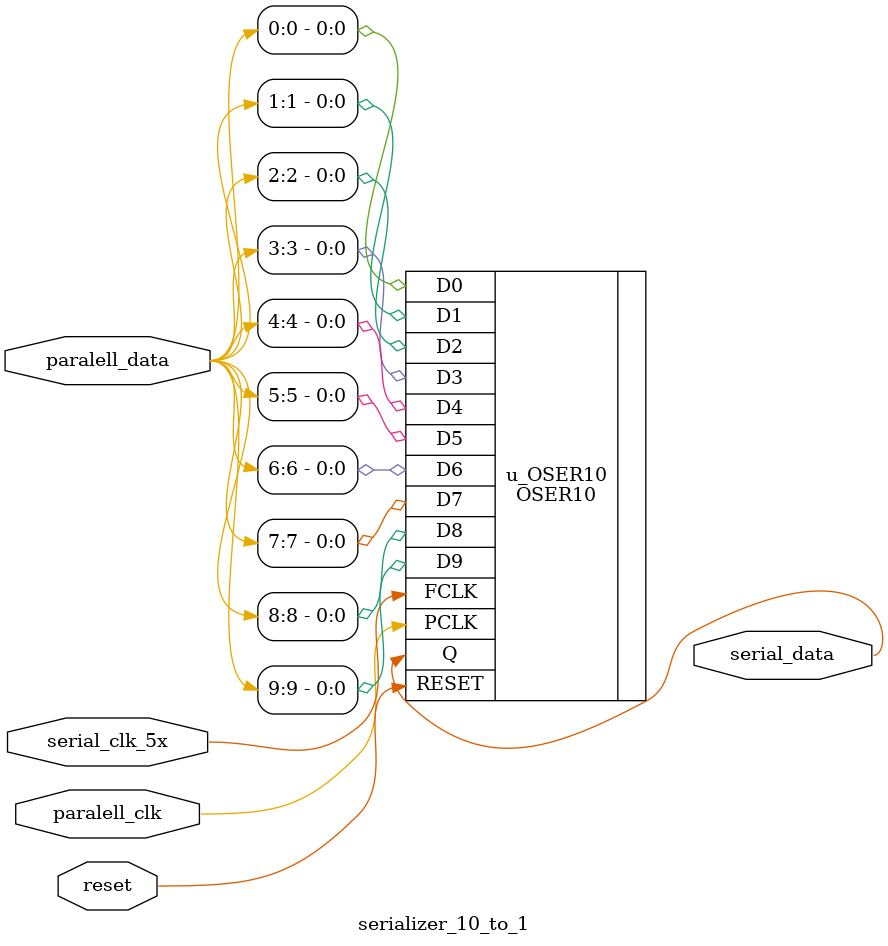
<source format=v>

`timescale 1ns / 1ps

module serializer_10_to_1(
    input           paralell_clk,       
    input           serial_clk_5x,      
    input   [9:0]   paralell_data,      
    input           reset,

    output          serial_data         
    );
  
//*****************************************************
//**                    main code
//*****************************************************

OSER10 u_OSER10(
 .Q(serial_data), 
 .D0(paralell_data[0]), 
 .D1(paralell_data[1]),
 .D2(paralell_data[2]), 
 .D3(paralell_data[3]), 
 .D4(paralell_data[4]), 
 .D5(paralell_data[5]),
 .D6(paralell_data[6]), 
 .D7(paralell_data[7]), 
 .D8(paralell_data[8]), 
 .D9(paralell_data[9]), 
 .PCLK(paralell_clk), 
 .FCLK(serial_clk_5x),
 .RESET(reset)
);
defparam u_OSER10.GSREN="false";
defparam u_OSER10.LSREN ="true";

endmodule
</source>
